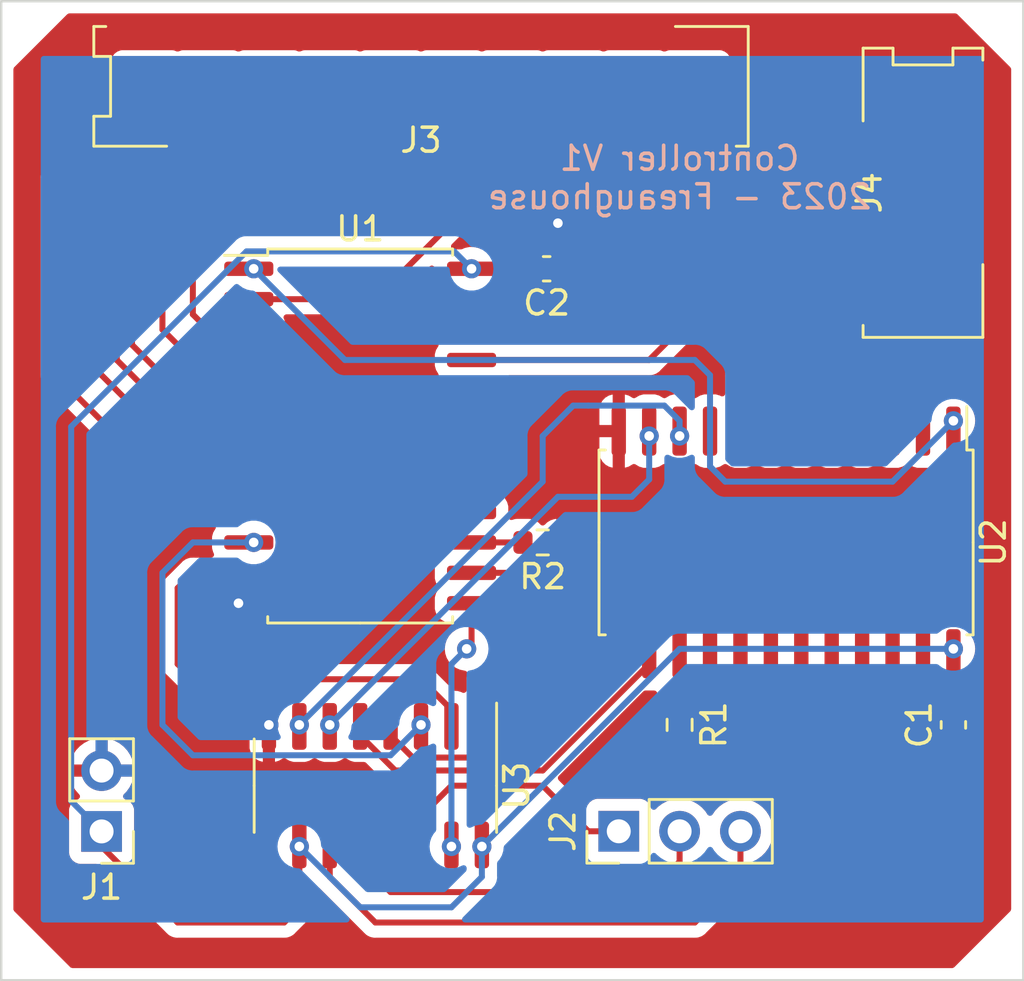
<source format=kicad_pcb>
(kicad_pcb (version 20211014) (generator pcbnew)
  (layers (0 "F.Cu" signal) (31 "B.Cu" signal) (34 "B.Paste" user) (35 "F.Paste" user) (36 "B.SilkS" user "B.Silkscreen") (37 "F.SilkS" user "F.Silkscreen") (38 "B.Mask" user) (39 "F.Mask" user) (44 "Edge.Cuts" user))
  (net 0 "")
  (net 1 "GND")
  (net 2 "5v")
  (net 3 "SER")
  (net 4 "SRCLK")
  (net 5 "RCLK")
  (net 6 "Net-(J3-Pad1)")
  (net 7 "Net-(J3-Pad2)")
  (net 8 "Net-(J3-Pad3)")
  (net 9 "Net-(J3-Pad4)")
  (net 10 "Net-(J3-Pad5)")
  (net 11 "Net-(J3-Pad6)")
  (net 12 "Net-(J3-Pad7)")
  (net 13 "Net-(J3-Pad8)")
  (net 14 "Net-(J3-Pad9)")
  (net 15 "Net-(J3-Pad10)")
  (net 16 "Net-(J4-Pad1)")
  (net 17 "Net-(J4-Pad2)")
  (net 18 "Net-(J4-Pad3)")
  (net 19 "Net-(J4-Pad4)")
  (net 20 "Net-(R1-Pad1)")
  (net 21 "Net-(R2-Pad2)")
  (net 22 "Col0")
  (net 23 "Col1")
  (net 24 "Col3")
  (net 25 "Col2")
  (net 26 "Sig")
  (net 27 "Row0")
  (net 28 "Row1")
  (net 29 "Row3")
  (net 30 "Row2")
  (footprint "Connector_PinHeader_2.54mm:PinHeader_1x03_P2.54mm_Vertical" (layer "F.Cu") (at 156.845 92.075 90)
    (fp_text reference "J2" (at 0 -2.33 90) (layer "F.SilkS"))
    (fp_text value "Screw_Terminal_01x03" hide)
    (fp_line (start -1.33 -1.33) (end 0 -1.33) (layer "F.SilkS") (width 0.12))
    (fp_line (start 1.33 1.27) (end 1.33 6.41) (layer "F.SilkS") (width 0.12))
    (fp_line (start -1.33 1.27) (end 1.33 1.27) (layer "F.SilkS") (width 0.12))
    (fp_line (start -1.33 1.27) (end -1.33 6.41) (layer "F.SilkS") (width 0.12))
    (fp_line (start -1.33 6.41) (end 1.33 6.41) (layer "F.SilkS") (width 0.12))
    (fp_line (start -1.33 0) (end -1.33 -1.33) (layer "F.SilkS") (width 0.12))
    (pad "1" thru_hole rect (at 0 0 90) (size 1.7 1.7) (drill 1) (layers *.Cu *.Mask) (net 3 "SER"))
    (pad "2" thru_hole oval (at 0 2.54 90) (size 1.7 1.7) (drill 1) (layers *.Cu *.Mask) (net 5 "RCLK"))
    (pad "3" thru_hole oval (at 0 5.08 90) (size 1.7 1.7) (drill 1) (layers *.Cu *.Mask) (net 4 "SRCLK"))
  )
  (footprint "Package_SO:SOIC-24W_7.5x15.4mm_P1.27mm" (layer "F.Cu") (at 146.05 75.565)
    (fp_text reference "U1" (at 0 -8.65) (layer "F.SilkS"))
    (fp_text value "CD74HC4067M")
    (fp_line (start 0 -7.81) (end 3.86 -7.81) (layer "F.SilkS") (width 0.12))
    (fp_line (start -3.86 -7.545) (end -5.675 -7.545) (layer "F.SilkS") (width 0.12))
    (fp_line (start 3.86 -7.81) (end 3.86 -7.545) (layer "F.SilkS") (width 0.12))
    (fp_line (start -3.86 -7.81) (end -3.86 -7.545) (layer "F.SilkS") (width 0.12))
    (fp_line (start -3.86 7.81) (end -3.86 7.545) (layer "F.SilkS") (width 0.12))
    (fp_line (start 0 7.81) (end 3.86 7.81) (layer "F.SilkS") (width 0.12))
    (fp_line (start 0 -7.81) (end -3.86 -7.81) (layer "F.SilkS") (width 0.12))
    (fp_line (start 0 7.81) (end -3.86 7.81) (layer "F.SilkS") (width 0.12))
    (fp_line (start 3.86 7.81) (end 3.86 7.545) (layer "F.SilkS") (width 0.12))
    (pad "1" smd roundrect (at -4.65 -6.985) (size 2.05 0.6) (layers "F.Cu" "F.Paste" "F.Mask") (net 26 "Sig"))
    (pad "2" smd roundrect (at -4.65 -5.715) (size 2.05 0.6) (layers "F.Cu" "F.Paste" "F.Mask") (net 9 "Net-(J3-Pad4)"))
    (pad "3" smd roundrect (at -4.65 -4.445) (size 2.05 0.6) (layers "F.Cu" "F.Paste" "F.Mask") (net 10 "Net-(J3-Pad5)"))
    (pad "4" smd roundrect (at -4.65 -3.175) (size 2.05 0.6) (layers "F.Cu" "F.Paste" "F.Mask") (net 11 "Net-(J3-Pad6)"))
    (pad "5" smd roundrect (at -4.65 -1.905) (size 2.05 0.6) (layers "F.Cu" "F.Paste" "F.Mask") (net 12 "Net-(J3-Pad7)"))
    (pad "6" smd roundrect (at -4.65 -0.635) (size 2.05 0.6) (layers "F.Cu" "F.Paste" "F.Mask") (net 13 "Net-(J3-Pad8)"))
    (pad "7" smd roundrect (at -4.65 0.635) (size 2.05 0.6) (layers "F.Cu" "F.Paste" "F.Mask") (net 14 "Net-(J3-Pad9)"))
    (pad "8" smd roundrect (at -4.65 1.905) (size 2.05 0.6) (layers "F.Cu" "F.Paste" "F.Mask") (net 15 "Net-(J3-Pad10)"))
    (pad "9" smd roundrect (at -4.65 3.175) (size 2.05 0.6) (layers "F.Cu" "F.Paste" "F.Mask"))
    (pad "10" smd roundrect (at -4.65 4.445) (size 2.05 0.6) (layers "F.Cu" "F.Paste" "F.Mask") (net 22 "Col0"))
    (pad "11" smd roundrect (at -4.65 5.715) (size 2.05 0.6) (layers "F.Cu" "F.Paste" "F.Mask") (net 23 "Col1"))
    (pad "12" smd roundrect (at -4.65 6.985) (size 2.05 0.6) (layers "F.Cu" "F.Paste" "F.Mask") (net 1 "GND"))
    (pad "13" smd roundrect (at 4.65 6.985) (size 2.05 0.6) (layers "F.Cu" "F.Paste" "F.Mask") (net 24 "Col3"))
    (pad "14" smd roundrect (at 4.65 5.715) (size 2.05 0.6) (layers "F.Cu" "F.Paste" "F.Mask") (net 25 "Col2"))
    (pad "15" smd roundrect (at 4.65 4.445) (size 2.05 0.6) (layers "F.Cu" "F.Paste" "F.Mask") (net 21 "Net-(R2-Pad2)"))
    (pad "16" smd roundrect (at 4.65 3.175) (size 2.05 0.6) (layers "F.Cu" "F.Paste" "F.Mask"))
    (pad "17" smd roundrect (at 4.65 1.905) (size 2.05 0.6) (layers "F.Cu" "F.Paste" "F.Mask"))
    (pad "18" smd roundrect (at 4.65 0.635) (size 2.05 0.6) (layers "F.Cu" "F.Paste" "F.Mask"))
    (pad "19" smd roundrect (at 4.65 -0.635) (size 2.05 0.6) (layers "F.Cu" "F.Paste" "F.Mask"))
    (pad "20" smd roundrect (at 4.65 -1.905) (size 2.05 0.6) (layers "F.Cu" "F.Paste" "F.Mask"))
    (pad "21" smd roundrect (at 4.65 -3.175) (size 2.05 0.6) (layers "F.Cu" "F.Paste" "F.Mask") (net 6 "Net-(J3-Pad1)"))
    (pad "22" smd roundrect (at 4.65 -4.445) (size 2.05 0.6) (layers "F.Cu" "F.Paste" "F.Mask") (net 7 "Net-(J3-Pad2)"))
    (pad "23" smd roundrect (at 4.65 -5.715) (size 2.05 0.6) (layers "F.Cu" "F.Paste" "F.Mask") (net 8 "Net-(J3-Pad3)"))
    (pad "24" smd roundrect (at 4.65 -6.985) (size 2.05 0.6) (layers "F.Cu" "F.Paste" "F.Mask") (net 2 "5v"))
  )
  (footprint "Jumper:SMD_Pad_1x10" (layer "F.Cu") (at 148.59 60.96 180)
    (fp_text reference "J3" (at 0 -2.25) (layer "F.SilkS"))
    (fp_text value "Conn_01x10_Male" hide)
    (fp_line (start 10.62 -2.5) (end 13.66 -2.5) (layer "F.SilkS") (width 0.12))
    (fp_line (start -13.66 2.5) (end -10.62 2.5) (layer "F.SilkS") (width 0.12))
    (fp_line (start -13.66 -2.5) (end -13.66 2.5) (layer "F.SilkS") (width 0.12))
    (fp_line (start 12.96 -1.25) (end 12.96 1.25) (layer "F.SilkS") (width 0.12))
    (fp_line (start 13.66 1.25) (end 13.66 2.5) (layer "F.SilkS") (width 0.12))
    (fp_line (start 12.96 1.25) (end 13.66 1.25) (layer "F.SilkS") (width 0.12))
    (fp_line (start -13.16 -2.5) (end -13.66 -2.5) (layer "F.SilkS") (width 0.12))
    (fp_line (start 13.66 -1.25) (end 12.96 -1.25) (layer "F.SilkS") (width 0.12))
    (fp_line (start 13.66 -2.5) (end 13.66 -1.25) (layer "F.SilkS") (width 0.12))
    (fp_line (start 13.66 2.5) (end 13.16 2.5) (layer "F.SilkS") (width 0.12))
    (pad "1" smd rect (at -11.43 0 180) (size 2 2) (layers "F.Cu" "F.Paste" "F.Mask") (net 6 "Net-(J3-Pad1)"))
    (pad "2" smd rect (at -8.89 0 180) (size 2 2) (layers "F.Cu" "F.Paste" "F.Mask") (net 7 "Net-(J3-Pad2)"))
    (pad "3" smd rect (at -6.35 0 180) (size 2 2) (layers "F.Cu" "F.Paste" "F.Mask") (net 8 "Net-(J3-Pad3)"))
    (pad "4" smd rect (at -3.81 0 180) (size 2 2) (layers "F.Cu" "F.Paste" "F.Mask") (net 9 "Net-(J3-Pad4)"))
    (pad "5" smd rect (at -1.27 0 180) (size 2 2) (layers "F.Cu" "F.Paste" "F.Mask") (net 10 "Net-(J3-Pad5)"))
    (pad "6" smd rect (at 1.27 0 180) (size 2 2) (layers "F.Cu" "F.Paste" "F.Mask") (net 11 "Net-(J3-Pad6)"))
    (pad "7" smd rect (at 3.81 0 180) (size 2 2) (layers "F.Cu" "F.Paste" "F.Mask") (net 12 "Net-(J3-Pad7)"))
    (pad "8" smd rect (at 6.35 0 180) (size 2 2) (layers "F.Cu" "F.Paste" "F.Mask") (net 13 "Net-(J3-Pad8)"))
    (pad "9" smd rect (at 8.89 0 180) (size 2 2) (layers "F.Cu" "F.Paste" "F.Mask") (net 14 "Net-(J3-Pad9)"))
    (pad "10" smd rect (at 11.43 0 180) (size 2 2) (layers "F.Cu" "F.Paste" "F.Mask") (net 15 "Net-(J3-Pad10)"))
  )
  (footprint "Resistor_SMD:R_0603_1608Metric" (layer "F.Cu") (at 153.67 80.01 180)
    (fp_text reference "R2" (at 0 -1.43) (layer "F.SilkS"))
    (fp_text value "10k")
    (fp_line (start -0.237258 -0.5225) (end 0.237258 -0.5225) (layer "F.SilkS") (width 0.12))
    (fp_line (start -0.237258 0.5225) (end 0.237258 0.5225) (layer "F.SilkS") (width 0.12))
    (pad "1" smd roundrect (at -0.825 0 180) (size 0.8 0.95) (layers "F.Cu" "F.Paste" "F.Mask") (net 1 "GND"))
    (pad "2" smd roundrect (at 0.825 0 180) (size 0.8 0.95) (layers "F.Cu" "F.Paste" "F.Mask") (net 21 "Net-(R2-Pad2)"))
  )
  (footprint "Jumper:SMD_Pad_1x4" (layer "F.Cu") (at 169.545 65.405 90)
    (fp_text reference "J4" (at 0 -2.25 90) (layer "F.SilkS"))
    (fp_text value "Conn_01x04_Male" hide)
    (fp_line (start 6.04 1.25) (end 6.04 2.5) (layer "F.SilkS") (width 0.12))
    (fp_line (start -5.54 -2.5) (end -6.04 -2.5) (layer "F.SilkS") (width 0.12))
    (fp_line (start 6.04 -2.5) (end 6.04 -1.25) (layer "F.SilkS") (width 0.12))
    (fp_line (start 3 -2.5) (end 6.04 -2.5) (layer "F.SilkS") (width 0.12))
    (fp_line (start 6.04 2.5) (end 5.54 2.5) (layer "F.SilkS") (width 0.12))
    (fp_line (start -6.04 -2.5) (end -6.04 2.5) (layer "F.SilkS") (width 0.12))
    (fp_line (start 5.34 -1.25) (end 5.34 1.25) (layer "F.SilkS") (width 0.12))
    (fp_line (start 5.34 1.25) (end 6.04 1.25) (layer "F.SilkS") (width 0.12))
    (fp_line (start 6.04 -1.25) (end 5.34 -1.25) (layer "F.SilkS") (width 0.12))
    (fp_line (start -6.04 2.5) (end -3 2.5) (layer "F.SilkS") (width 0.12))
    (pad "1" smd rect (at -3.81 0 90) (size 2 2) (layers "F.Cu" "F.Paste" "F.Mask") (net 16 "Net-(J4-Pad1)"))
    (pad "2" smd rect (at -1.27 0 90) (size 2 2) (layers "F.Cu" "F.Paste" "F.Mask") (net 17 "Net-(J4-Pad2)"))
    (pad "3" smd rect (at 1.27 0 90) (size 2 2) (layers "F.Cu" "F.Paste" "F.Mask") (net 18 "Net-(J4-Pad3)"))
    (pad "4" smd rect (at 3.81 0 90) (size 2 2) (layers "F.Cu" "F.Paste" "F.Mask") (net 19 "Net-(J4-Pad4)"))
  )
  (footprint "Capacitor_SMD:C_0603_1608Metric" (layer "F.Cu") (at 170.815 87.63 90)
    (fp_text reference "C1" (at 0 -1.43 90) (layer "F.SilkS"))
    (fp_text value "0.1uf")
    (fp_line (start -0.14058 -0.51) (end 0.14058 -0.51) (layer "F.SilkS") (width 0.12))
    (fp_line (start -0.14058 0.51) (end 0.14058 0.51) (layer "F.SilkS") (width 0.12))
    (pad "1" smd roundrect (at -0.775 0 90) (size 0.9 0.95) (layers "F.Cu" "F.Paste" "F.Mask") (net 1 "GND"))
    (pad "2" smd roundrect (at 0.775 0 90) (size 0.9 0.95) (layers "F.Cu" "F.Paste" "F.Mask") (net 2 "5v"))
  )
  (footprint "Capacitor_SMD:C_0603_1608Metric" (layer "F.Cu") (at 153.835 68.58 180)
    (fp_text reference "C2" (at 0 -1.43 180) (layer "F.SilkS"))
    (fp_text value "0.1uf")
    (fp_line (start -0.14058 -0.51) (end 0.14058 -0.51) (layer "F.SilkS") (width 0.12))
    (fp_line (start -0.14058 0.51) (end 0.14058 0.51) (layer "F.SilkS") (width 0.12))
    (pad "1" smd roundrect (at -0.775 0 180) (size 0.9 0.95) (layers "F.Cu" "F.Paste" "F.Mask") (net 1 "GND"))
    (pad "2" smd roundrect (at 0.775 0 180) (size 0.9 0.95) (layers "F.Cu" "F.Paste" "F.Mask") (net 2 "5v"))
  )
  (footprint "Package_SO:SOIC-16_3.9x9.9mm_P1.27mm" (layer "F.Cu") (at 146.685 90.17 -90)
    (fp_text reference "U3" (at 0 -5.9 90) (layer "F.SilkS"))
    (fp_text value "74HC595")
    (fp_line (start 0 -5.06) (end -3.45 -5.06) (layer "F.SilkS") (width 0.12))
    (fp_line (start 0 5.06) (end -1.95 5.06) (layer "F.SilkS") (width 0.12))
    (fp_line (start 0 -5.06) (end 1.95 -5.06) (layer "F.SilkS") (width 0.12))
    (fp_line (start 0 5.06) (end 1.95 5.06) (layer "F.SilkS") (width 0.12))
    (pad "1" smd roundrect (at -2.475 -4.445 270) (size 1.95 0.6) (layers "F.Cu" "F.Paste" "F.Mask") (net 25 "Col2"))
    (pad "2" smd roundrect (at -2.475 -3.175 270) (size 1.95 0.6) (layers "F.Cu" "F.Paste" "F.Mask") (net 23 "Col1"))
    (pad "3" smd roundrect (at -2.475 -1.905 270) (size 1.95 0.6) (layers "F.Cu" "F.Paste" "F.Mask") (net 22 "Col0"))
    (pad "4" smd roundrect (at -2.475 -0.635 270) (size 1.95 0.6) (layers "F.Cu" "F.Paste" "F.Mask") (net 29 "Row3"))
    (pad "5" smd roundrect (at -2.475 0.635 270) (size 1.95 0.6) (layers "F.Cu" "F.Paste" "F.Mask") (net 30 "Row2"))
    (pad "6" smd roundrect (at -2.475 1.905 270) (size 1.95 0.6) (layers "F.Cu" "F.Paste" "F.Mask") (net 28 "Row1"))
    (pad "7" smd roundrect (at -2.475 3.175 270) (size 1.95 0.6) (layers "F.Cu" "F.Paste" "F.Mask") (net 27 "Row0"))
    (pad "8" smd roundrect (at -2.475 4.445 270) (size 1.95 0.6) (layers "F.Cu" "F.Paste" "F.Mask") (net 1 "GND"))
    (pad "9" smd roundrect (at 2.475 4.445 270) (size 1.95 0.6) (layers "F.Cu" "F.Paste" "F.Mask"))
    (pad "10" smd roundrect (at 2.475 3.175 270) (size 1.95 0.6) (layers "F.Cu" "F.Paste" "F.Mask") (net 2 "5v"))
    (pad "11" smd roundrect (at 2.475 1.905 270) (size 1.95 0.6) (layers "F.Cu" "F.Paste" "F.Mask") (net 4 "SRCLK"))
    (pad "12" smd roundrect (at 2.475 0.635 270) (size 1.95 0.6) (layers "F.Cu" "F.Paste" "F.Mask") (net 5 "RCLK"))
    (pad "13" smd roundrect (at 2.475 -0.635 270) (size 1.95 0.6) (layers "F.Cu" "F.Paste" "F.Mask") (net 1 "GND"))
    (pad "14" smd roundrect (at 2.475 -1.905 270) (size 1.95 0.6) (layers "F.Cu" "F.Paste" "F.Mask") (net 3 "SER"))
    (pad "15" smd roundrect (at 2.475 -3.175 270) (size 1.95 0.6) (layers "F.Cu" "F.Paste" "F.Mask") (net 24 "Col3"))
    (pad "16" smd roundrect (at 2.475 -4.445 270) (size 1.95 0.6) (layers "F.Cu" "F.Paste" "F.Mask") (net 2 "5v"))
  )
  (footprint "Resistor_SMD:R_0603_1608Metric" (layer "F.Cu") (at 159.385 87.63 -90)
    (fp_text reference "R1" (at 0 -1.43 -270) (layer "F.SilkS"))
    (fp_text value "10k")
    (fp_line (start -0.237258 -0.5225) (end 0.237258 -0.5225) (layer "F.SilkS") (width 0.12))
    (fp_line (start -0.237258 0.5225) (end 0.237258 0.5225) (layer "F.SilkS") (width 0.12))
    (pad "1" smd roundrect (at -0.825 0 270) (size 0.8 0.95) (layers "F.Cu" "F.Paste" "F.Mask") (net 20 "Net-(R1-Pad1)"))
    (pad "2" smd roundrect (at 0.825 0 270) (size 0.8 0.95) (layers "F.Cu" "F.Paste" "F.Mask") (net 1 "GND"))
  )
  (footprint "Connector_PinHeader_2.54mm:PinHeader_1x02_P2.54mm_Vertical" (layer "F.Cu") (at 135.255 92.08 180)
    (fp_text reference "J1" (at 0 -2.33) (layer "F.SilkS"))
    (fp_text value "Screw_Terminal_01x02" hide)
    (fp_line (start 1.33 1.27) (end 1.33 3.87) (layer "F.SilkS") (width 0.12))
    (fp_line (start -1.33 0) (end -1.33 -1.33) (layer "F.SilkS") (width 0.12))
    (fp_line (start -1.33 1.27) (end 1.33 1.27) (layer "F.SilkS") (width 0.12))
    (fp_line (start -1.33 -1.33) (end 0 -1.33) (layer "F.SilkS") (width 0.12))
    (fp_line (start -1.33 1.27) (end -1.33 3.87) (layer "F.SilkS") (width 0.12))
    (fp_line (start -1.33 3.87) (end 1.33 3.87) (layer "F.SilkS") (width 0.12))
    (pad "1" thru_hole rect (at 0 0 180) (size 1.7 1.7) (drill 1) (layers *.Cu *.Mask) (net 2 "5v"))
    (pad "2" thru_hole oval (at 0 2.54 180) (size 1.7 1.7) (drill 1) (layers *.Cu *.Mask) (net 1 "GND"))
  )
  (footprint "Package_SO:SOIC-24W_7.5x15.4mm_P1.27mm" (layer "F.Cu") (at 163.83 80.01 -90)
    (fp_text reference "U2" (at 0 -8.65 90) (layer "F.SilkS"))
    (fp_text value "CD74HC4067M")
    (fp_line (start -3.86 -7.81) (end -3.86 -7.545) (layer "F.SilkS") (width 0.12))
    (fp_line (start -3.86 7.81) (end -3.86 7.545) (layer "F.SilkS") (width 0.12))
    (fp_line (start -3.86 -7.545) (end -5.675 -7.545) (layer "F.SilkS") (width 0.12))
    (fp_line (start 0 7.81) (end 3.86 7.81) (layer "F.SilkS") (width 0.12))
    (fp_line (start 3.86 7.81) (end 3.86 7.545) (layer "F.SilkS") (width 0.12))
    (fp_line (start 3.86 -7.81) (end 3.86 -7.545) (layer "F.SilkS") (width 0.12))
    (fp_line (start 0 7.81) (end -3.86 7.81) (layer "F.SilkS") (width 0.12))
    (fp_line (start 0 -7.81) (end 3.86 -7.81) (layer "F.SilkS") (width 0.12))
    (fp_line (start 0 -7.81) (end -3.86 -7.81) (layer "F.SilkS") (width 0.12))
    (pad "1" smd roundrect (at -4.65 -6.985 270) (size 2.05 0.6) (layers "F.Cu" "F.Paste" "F.Mask") (net 26 "Sig"))
    (pad "2" smd roundrect (at -4.65 -5.715 270) (size 2.05 0.6) (layers "F.Cu" "F.Paste" "F.Mask"))
    (pad "3" smd roundrect (at -4.65 -4.445 270) (size 2.05 0.6) (layers "F.Cu" "F.Paste" "F.Mask"))
    (pad "4" smd roundrect (at -4.65 -3.175 270) (size 2.05 0.6) (layers "F.Cu" "F.Paste" "F.Mask"))
    (pad "5" smd roundrect (at -4.65 -1.905 270) (size 2.05 0.6) (layers "F.Cu" "F.Paste" "F.Mask") (net 16 "Net-(J4-Pad1)"))
    (pad "6" smd roundrect (at -4.65 -0.635 270) (size 2.05 0.6) (layers "F.Cu" "F.Paste" "F.Mask") (net 17 "Net-(J4-Pad2)"))
    (pad "7" smd roundrect (at -4.65 0.635 270) (size 2.05 0.6) (layers "F.Cu" "F.Paste" "F.Mask") (net 18 "Net-(J4-Pad3)"))
    (pad "8" smd roundrect (at -4.65 1.905 270) (size 2.05 0.6) (layers "F.Cu" "F.Paste" "F.Mask") (net 19 "Net-(J4-Pad4)"))
    (pad "9" smd roundrect (at -4.65 3.175 270) (size 2.05 0.6) (layers "F.Cu" "F.Paste" "F.Mask"))
    (pad "10" smd roundrect (at -4.65 4.445 270) (size 2.05 0.6) (layers "F.Cu" "F.Paste" "F.Mask") (net 27 "Row0"))
    (pad "11" smd roundrect (at -4.65 5.715 270) (size 2.05 0.6) (layers "F.Cu" "F.Paste" "F.Mask") (net 28 "Row1"))
    (pad "12" smd roundrect (at -4.65 6.985 270) (size 2.05 0.6) (layers "F.Cu" "F.Paste" "F.Mask") (net 1 "GND"))
    (pad "13" smd roundrect (at 4.65 6.985 270) (size 2.05 0.6) (layers "F.Cu" "F.Paste" "F.Mask") (net 29 "Row3"))
    (pad "14" smd roundrect (at 4.65 5.715 270) (size 2.05 0.6) (layers "F.Cu" "F.Paste" "F.Mask") (net 30 "Row2"))
    (pad "15" smd roundrect (at 4.65 4.445 270) (size 2.05 0.6) (layers "F.Cu" "F.Paste" "F.Mask") (net 20 "Net-(R1-Pad1)"))
    (pad "16" smd roundrect (at 4.65 3.175 270) (size 2.05 0.6) (layers "F.Cu" "F.Paste" "F.Mask"))
    (pad "17" smd roundrect (at 4.65 1.905 270) (size 2.05 0.6) (layers "F.Cu" "F.Paste" "F.Mask"))
    (pad "18" smd roundrect (at 4.65 0.635 270) (size 2.05 0.6) (layers "F.Cu" "F.Paste" "F.Mask"))
    (pad "19" smd roundrect (at 4.65 -0.635 270) (size 2.05 0.6) (layers "F.Cu" "F.Paste" "F.Mask"))
    (pad "20" smd roundrect (at 4.65 -1.905 270) (size 2.05 0.6) (layers "F.Cu" "F.Paste" "F.Mask"))
    (pad "21" smd roundrect (at 4.65 -3.175 270) (size 2.05 0.6) (layers "F.Cu" "F.Paste" "F.Mask"))
    (pad "22" smd roundrect (at 4.65 -4.445 270) (size 2.05 0.6) (layers "F.Cu" "F.Paste" "F.Mask"))
    (pad "23" smd roundrect (at 4.65 -5.715 270) (size 2.05 0.6) (layers "F.Cu" "F.Paste" "F.Mask"))
    (pad "24" smd roundrect (at 4.65 -6.985 270) (size 2.05 0.6) (layers "F.Cu" "F.Paste" "F.Mask") (net 2 "5v"))
  )
  (gr_rect (start 131.064 57.404) (end 173.736 98.298) (layer "Edge.Cuts") (width 0.1) (fill none))
  (gr_text "Controller V1\n2023 - Freaughouse" (at 159.385 64.77) (layer "B.SilkS") (effects (font (size 1 1)) (justify mirror)))
  (via (at 154.305 66.675) (size 0.8) (drill 0.4) (layers "F.Cu" "B.Cu") (net 1))
  (via (at 140.97 82.55) (size 0.8) (drill 0.4) (layers "F.Cu" "B.Cu") (net 1))
  (via (at 142.24 87.63) (size 0.8) (drill 0.4) (layers "F.Cu" "B.Cu") (net 1))
  (segment (start 135.255 92.71) (end 135.255 92.08) (width 0.25) (layer "F.Cu") (net 2))
  (segment (start 143.51 92.71) (end 143.51 95.25) (width 0.25) (layer "F.Cu") (net 2))
  (segment (start 152.715 68.58) (end 150.7 68.58) (width 0.25) (layer "F.Cu") (net 2))
  (segment (start 138.43 95.885) (end 135.255 92.71) (width 0.25) (layer "F.Cu") (net 2))
  (segment (start 143.51 95.25) (end 142.875 95.885) (width 0.25) (layer "F.Cu") (net 2))
  (segment (start 170.815 86.675) (end 170.815 84.66) (width 0.25) (layer "F.Cu") (net 2))
  (segment (start 142.875 95.885) (end 138.43 95.885) (width 0.25) (layer "F.Cu") (net 2))
  (segment (start 143.51 92.645) (end 143.51 92.71) (width 0.25) (layer "F.Cu") (net 2))
  (via (at 170.815 84.455) (size 0.8) (drill 0.4) (layers "F.Cu" "B.Cu") (net 2))
  (via (at 151.13 92.71) (size 0.8) (drill 0.4) (layers "F.Cu" "B.Cu") (net 2))
  (via (at 143.51 92.71) (size 0.8) (drill 0.4) (layers "F.Cu" "B.Cu") (net 2))
  (via (at 150.7 68.58) (size 0.8) (drill 0.4) (layers "F.Cu" "B.Cu") (net 2))
  (segment (start 159.385 84.455) (end 151.13 92.71) (width 0.25) (layer "B.Cu") (net 2))
  (segment (start 149.86 95.25) (end 151.13 93.98) (width 0.25) (layer "B.Cu") (net 2))
  (segment (start 170.815 84.455) (end 159.385 84.455) (width 0.25) (layer "B.Cu") (net 2))
  (segment (start 143.51 92.71) (end 146.05 95.25) (width 0.25) (layer "B.Cu") (net 2))
  (segment (start 133.985 75.174695) (end 133.985 90.81) (width 0.25) (layer "B.Cu") (net 2))
  (segment (start 146.05 95.25) (end 149.86 95.25) (width 0.25) (layer "B.Cu") (net 2))
  (segment (start 133.985 90.81) (end 135.255 92.08) (width 0.25) (layer "B.Cu") (net 2))
  (segment (start 151.13 93.98) (end 151.13 92.71) (width 0.25) (layer "B.Cu") (net 2))
  (segment (start 141.304695 67.855) (end 133.985 75.174695) (width 0.25) (layer "B.Cu") (net 2))
  (segment (start 149.975 67.855) (end 141.304695 67.855) (width 0.25) (layer "B.Cu") (net 2))
  (segment (start 150.7 68.58) (end 149.975 67.855) (width 0.25) (layer "B.Cu") (net 2))
  (segment (start 155.575 92.075) (end 153.67 90.17) (width 0.25) (layer "F.Cu") (net 3))
  (segment (start 149.86 90.17) (end 148.59 91.44) (width 0.25) (layer "F.Cu") (net 3))
  (segment (start 153.67 90.17) (end 149.86 90.17) (width 0.25) (layer "F.Cu") (net 3))
  (segment (start 148.59 91.44) (end 148.59 92.645) (width 0.25) (layer "F.Cu") (net 3))
  (segment (start 156.845 92.075) (end 155.575 92.075) (width 0.25) (layer "F.Cu") (net 3))
  (segment (start 160.02 95.885) (end 146.685 95.885) (width 0.25) (layer "F.Cu") (net 4))
  (segment (start 146.685 95.885) (end 144.78 93.98) (width 0.25) (layer "F.Cu") (net 4))
  (segment (start 144.78 93.98) (end 144.78 92.645) (width 0.25) (layer "F.Cu") (net 4))
  (segment (start 161.925 92.075) (end 161.925 93.98) (width 0.25) (layer "F.Cu") (net 4))
  (segment (start 161.925 93.98) (end 160.02 95.885) (width 0.25) (layer "F.Cu") (net 4))
  (segment (start 158.115 94.615) (end 147.32 94.615) (width 0.25) (layer "F.Cu") (net 5))
  (segment (start 147.32 94.615) (end 146.05 93.345) (width 0.25) (layer "F.Cu") (net 5))
  (segment (start 159.385 93.345) (end 158.115 94.615) (width 0.25) (layer "F.Cu") (net 5))
  (segment (start 159.385 92.075) (end 159.385 93.345) (width 0.25) (layer "F.Cu") (net 5))
  (segment (start 146.05 93.345) (end 146.05 92.645) (width 0.25) (layer "F.Cu") (net 5))
  (segment (start 160.02 70.485) (end 160.02 60.96) (width 0.25) (layer "F.Cu") (net 6))
  (segment (start 150.7 72.39) (end 158.115 72.39) (width 0.25) (layer "F.Cu") (net 6))
  (segment (start 158.115 72.39) (end 160.02 70.485) (width 0.25) (layer "F.Cu") (net 6))
  (segment (start 157.48 62.23) (end 157.48 60.96) (width 0.25) (layer "F.Cu") (net 7))
  (segment (start 157.48 71.12) (end 158.75 69.85) (width 0.25) (layer "F.Cu") (net 7))
  (segment (start 158.75 63.5) (end 157.48 62.23) (width 0.25) (layer "F.Cu") (net 7))
  (segment (start 150.7 71.12) (end 157.48 71.12) (width 0.25) (layer "F.Cu") (net 7))
  (segment (start 158.75 69.85) (end 158.75 63.5) (width 0.25) (layer "F.Cu") (net 7))
  (segment (start 156.21 69.85) (end 156.845 69.215) (width 0.25) (layer "F.Cu") (net 8))
  (segment (start 156.845 64.135) (end 154.94 62.23) (width 0.25) (layer "F.Cu") (net 8))
  (segment (start 154.94 62.23) (end 154.94 60.96) (width 0.25) (layer "F.Cu") (net 8))
  (segment (start 150.7 69.85) (end 156.21 69.85) (width 0.25) (layer "F.Cu") (net 8))
  (segment (start 156.845 69.215) (end 156.845 64.135) (width 0.25) (layer "F.Cu") (net 8))
  (segment (start 141.4 69.85) (end 146.685 69.85) (width 0.25) (layer "F.Cu") (net 9))
  (segment (start 152.4 64.135) (end 152.4 60.96) (width 0.25) (layer "F.Cu") (net 9))
  (segment (start 146.685 69.85) (end 152.4 64.135) (width 0.25) (layer "F.Cu") (net 9))
  (segment (start 139.065 70.485) (end 139.065 67.31) (width 0.25) (layer "F.Cu") (net 10))
  (segment (start 141.4 71.12) (end 139.7 71.12) (width 0.25) (layer "F.Cu") (net 10))
  (segment (start 139.7 66.675) (end 147.955 66.675) (width 0.25) (layer "F.Cu") (net 10))
  (segment (start 139.065 67.31) (end 139.7 66.675) (width 0.25) (layer "F.Cu") (net 10))
  (segment (start 147.955 66.675) (end 149.86 64.77) (width 0.25) (layer "F.Cu") (net 10))
  (segment (start 149.86 64.77) (end 149.86 60.96) (width 0.25) (layer "F.Cu") (net 10))
  (segment (start 139.7 71.12) (end 139.065 70.485) (width 0.25) (layer "F.Cu") (net 10))
  (segment (start 139.065 72.39) (end 137.795 71.12) (width 0.25) (layer "F.Cu") (net 11))
  (segment (start 139.065 65.405) (end 146.685 65.405) (width 0.25) (layer "F.Cu") (net 11))
  (segment (start 146.685 65.405) (end 147.32 64.77) (width 0.25) (layer "F.Cu") (net 11))
  (segment (start 147.32 64.77) (end 147.32 60.96) (width 0.25) (layer "F.Cu") (net 11))
  (segment (start 137.795 71.12) (end 137.795 66.675) (width 0.25) (layer "F.Cu") (net 11))
  (segment (start 141.4 72.39) (end 139.065 72.39) (width 0.25) (layer "F.Cu") (net 11))
  (segment (start 137.795 66.675) (end 139.065 65.405) (width 0.25) (layer "F.Cu") (net 11))
  (segment (start 141.4 73.66) (end 138.43 73.66) (width 0.25) (layer "F.Cu") (net 12))
  (segment (start 144.78 64.135) (end 145.415 63.5) (width 0.25) (layer "F.Cu") (net 12))
  (segment (start 145.415 63.5) (end 145.415 61.595) (width 0.25) (layer "F.Cu") (net 12))
  (segment (start 136.525 66.04) (end 138.43 64.135) (width 0.25) (layer "F.Cu") (net 12))
  (segment (start 145.415 61.595) (end 144.78 60.96) (width 0.25) (layer "F.Cu") (net 12))
  (segment (start 138.43 64.135) (end 144.78 64.135) (width 0.25) (layer "F.Cu") (net 12))
  (segment (start 138.43 73.66) (end 136.525 71.755) (width 0.25) (layer "F.Cu") (net 12))
  (segment (start 136.525 71.755) (end 136.525 66.04) (width 0.25) (layer "F.Cu") (net 12))
  (segment (start 135.89 72.39) (end 135.89 65.405) (width 0.25) (layer "F.Cu") (net 13))
  (segment (start 141.4 74.93) (end 138.43 74.93) (width 0.25) (layer "F.Cu") (net 13))
  (segment (start 135.89 65.405) (end 137.795 63.5) (width 0.25) (layer "F.Cu") (net 13))
  (segment (start 138.43 74.93) (end 135.89 72.39) (width 0.25) (layer "F.Cu") (net 13))
  (segment (start 143.51 62.23) (end 142.24 60.96) (width 0.25) (layer "F.Cu") (net 13))
  (segment (start 137.795 63.5) (end 142.875 63.5) (width 0.25) (layer "F.Cu") (net 13))
  (segment (start 143.51 62.865) (end 143.51 62.23) (width 0.25) (layer "F.Cu") (net 13))
  (segment (start 142.875 63.5) (end 143.51 62.865) (width 0.25) (layer "F.Cu") (net 13))
  (segment (start 137.74 62.285) (end 138.375 62.285) (width 0.25) (layer "F.Cu") (net 14))
  (segment (start 134.62 65.405) (end 137.74 62.285) (width 0.25) (layer "F.Cu") (net 14))
  (segment (start 141.4 76.2) (end 138.43 76.2) (width 0.25) (layer "F.Cu") (net 14))
  (segment (start 134.62 72.39) (end 134.62 65.405) (width 0.25) (layer "F.Cu") (net 14))
  (segment (start 138.43 76.2) (end 134.62 72.39) (width 0.25) (layer "F.Cu") (net 14))
  (segment (start 138.375 62.285) (end 139.7 60.96) (width 0.25) (layer "F.Cu") (net 14))
  (segment (start 141.4 77.47) (end 137.795 77.47) (width 0.25) (layer "F.Cu") (net 15))
  (segment (start 133.35 64.77) (end 137.16 60.96) (width 0.25) (layer "F.Cu") (net 15))
  (segment (start 137.795 77.47) (end 133.35 73.025) (width 0.25) (layer "F.Cu") (net 15))
  (segment (start 133.35 73.025) (end 133.35 64.77) (width 0.25) (layer "F.Cu") (net 15))
  (segment (start 165.735 75.36) (end 165.735 70.485) (width 0.25) (layer "F.Cu") (net 16))
  (segment (start 165.735 70.485) (end 167.005 69.215) (width 0.25) (layer "F.Cu") (net 16))
  (segment (start 167.005 69.215) (end 169.545 69.215) (width 0.25) (layer "F.Cu") (net 16))
  (segment (start 166.37 66.675) (end 169.545 66.675) (width 0.25) (layer "F.Cu") (net 17))
  (segment (start 164.465 68.58) (end 166.37 66.675) (width 0.25) (layer "F.Cu") (net 17))
  (segment (start 164.465 75.36) (end 164.465 68.58) (width 0.25) (layer "F.Cu") (net 17))
  (segment (start 164.465 64.135) (end 163.195 65.405) (width 0.25) (layer "F.Cu") (net 18))
  (segment (start 163.195 65.405) (end 163.195 75.36) (width 0.25) (layer "F.Cu") (net 18))
  (segment (start 169.545 64.135) (end 164.465 64.135) (width 0.25) (layer "F.Cu") (net 18))
  (segment (start 161.925 75.36) (end 161.925 64.135) (width 0.25) (layer "F.Cu") (net 19))
  (segment (start 164.465 61.595) (end 169.545 61.595) (width 0.25) (layer "F.Cu") (net 19))
  (segment (start 161.925 64.135) (end 164.465 61.595) (width 0.25) (layer "F.Cu") (net 19))
  (segment (start 159.385 84.66) (end 159.385 86.805) (width 0.25) (layer "F.Cu") (net 20))
  (segment (start 150.7 80.01) (end 152.845 80.01) (width 0.25) (layer "F.Cu") (net 21))
  (via (at 148.59 87.63) (size 0.8) (drill 0.4) (layers "F.Cu" "B.Cu") (net 22))
  (via (at 141.605 80.01) (size 0.8) (drill 0.4) (layers "F.Cu" "B.Cu") (net 22))
  (segment (start 140.97 80.01) (end 141.605 80.01) (width 0.25) (layer "B.Cu") (net 22))
  (segment (start 147.32 88.9) (end 139.065 88.9) (width 0.25) (layer "B.Cu") (net 22))
  (segment (start 137.795 81.28) (end 139.065 80.01) (width 0.25) (layer "B.Cu") (net 22))
  (segment (start 139.065 88.9) (end 137.795 87.63) (width 0.25) (layer "B.Cu") (net 22))
  (segment (start 139.065 80.01) (end 140.97 80.01) (width 0.25) (layer "B.Cu") (net 22))
  (segment (start 137.795 87.63) (end 137.795 81.28) (width 0.25) (layer "B.Cu") (net 22))
  (segment (start 148.59 87.63) (end 147.32 88.9) (width 0.25) (layer "B.Cu") (net 22))
  (segment (start 138.43 81.915) (end 139.065 81.28) (width 0.25) (layer "F.Cu") (net 23))
  (segment (start 139.065 81.28) (end 141.4 81.28) (width 0.25) (layer "F.Cu") (net 23))
  (segment (start 139.065 85.725) (end 138.43 85.09) (width 0.25) (layer "F.Cu") (net 23))
  (segment (start 138.43 85.09) (end 138.43 81.915) (width 0.25) (layer "F.Cu") (net 23))
  (segment (start 148.59 85.725) (end 139.065 85.725) (width 0.25) (layer "F.Cu") (net 23))
  (segment (start 149.86 87.695) (end 149.86 86.995) (width 0.25) (layer "F.Cu") (net 23))
  (segment (start 149.86 86.995) (end 148.59 85.725) (width 0.25) (layer "F.Cu") (net 23))
  (segment (start 150.7 84.25) (end 150.495 84.455) (width 0.25) (layer "F.Cu") (net 24))
  (segment (start 150.7 82.55) (end 150.7 84.25) (width 0.25) (layer "F.Cu") (net 24))
  (via (at 150.495 84.455) (size 0.8) (drill 0.4) (layers "F.Cu" "B.Cu") (net 24))
  (via (at 149.86 92.71) (size 0.8) (drill 0.4) (layers "F.Cu" "B.Cu") (net 24))
  (segment (start 149.86 85.09) (end 150.495 84.455) (width 0.25) (layer "B.Cu") (net 24))
  (segment (start 149.86 92.71) (end 149.86 85.09) (width 0.25) (layer "B.Cu") (net 24))
  (segment (start 152.4 81.28) (end 150.7 81.28) (width 0.25) (layer "F.Cu") (net 25))
  (segment (start 151.13 85.725) (end 153.035 83.82) (width 0.25) (layer "F.Cu") (net 25))
  (segment (start 153.035 81.915) (end 152.4 81.28) (width 0.25) (layer "F.Cu") (net 25))
  (segment (start 153.035 83.82) (end 153.035 81.915) (width 0.25) (layer "F.Cu") (net 25))
  (segment (start 151.13 87.695) (end 151.13 85.725) (width 0.25) (layer "F.Cu") (net 25))
  (via (at 141.605 68.58) (size 0.8) (drill 0.4) (layers "F.Cu" "B.Cu") (net 26))
  (via (at 170.815 74.93) (size 0.8) (drill 0.4) (layers "F.Cu" "B.Cu") (net 26))
  (segment (start 168.275 77.47) (end 161.29 77.47) (width 0.25) (layer "B.Cu") (net 26))
  (segment (start 160.02 72.39) (end 145.415 72.39) (width 0.25) (layer "B.Cu") (net 26))
  (segment (start 160.655 73.025) (end 160.02 72.39) (width 0.25) (layer "B.Cu") (net 26))
  (segment (start 145.415 72.39) (end 141.605 68.58) (width 0.25) (layer "B.Cu") (net 26))
  (segment (start 170.815 74.93) (end 168.275 77.47) (width 0.25) (layer "B.Cu") (net 26))
  (segment (start 160.655 76.835) (end 160.655 73.025) (width 0.25) (layer "B.Cu") (net 26))
  (segment (start 161.29 77.47) (end 160.655 76.835) (width 0.25) (layer "B.Cu") (net 26))
  (via (at 159.385 75.565) (size 0.8) (drill 0.4) (layers "F.Cu" "B.Cu") (net 27))
  (via (at 143.51 87.63) (size 0.8) (drill 0.4) (layers "F.Cu" "B.Cu") (net 27))
  (segment (start 155.575 74.295) (end 158.75 74.295) (width 0.25) (layer "B.Cu") (net 27))
  (segment (start 158.75 74.295) (end 159.385 74.93) (width 0.25) (layer "B.Cu") (net 27))
  (segment (start 153.67 75.565) (end 154.94 74.295) (width 0.25) (layer "B.Cu") (net 27))
  (segment (start 143.51 87.63) (end 153.67 77.47) (width 0.25) (layer "B.Cu") (net 27))
  (segment (start 153.67 77.47) (end 153.67 75.565) (width 0.25) (layer "B.Cu") (net 27))
  (segment (start 154.94 74.295) (end 155.575 74.295) (width 0.25) (layer "B.Cu") (net 27))
  (segment (start 159.385 74.93) (end 159.385 75.565) (width 0.25) (layer "B.Cu") (net 27))
  (via (at 158.115 75.565) (size 0.8) (drill 0.4) (layers "F.Cu" "B.Cu") (net 28))
  (via (at 144.78 87.63) (size 0.8) (drill 0.4) (layers "F.Cu" "B.Cu") (net 28))
  (segment (start 154.305 78.105) (end 157.39 78.105) (width 0.25) (layer "B.Cu") (net 28))
  (segment (start 157.39 78.105) (end 158.115 77.38) (width 0.25) (layer "B.Cu") (net 28))
  (segment (start 158.115 77.38) (end 158.115 75.565) (width 0.25) (layer "B.Cu") (net 28))
  (segment (start 144.78 87.63) (end 154.305 78.105) (width 0.25) (layer "B.Cu") (net 28))
  (segment (start 147.32 88.071751) (end 148.243249 88.995) (width 0.25) (layer "F.Cu") (net 29))
  (segment (start 148.243249 88.995) (end 152.51 88.995) (width 0.25) (layer "F.Cu") (net 29))
  (segment (start 147.32 87.695) (end 147.32 88.071751) (width 0.25) (layer "F.Cu") (net 29))
  (segment (start 152.51 88.995) (end 156.845 84.66) (width 0.25) (layer "F.Cu") (net 29))
  (segment (start 146.05 87.695) (end 146.05 88.071751) (width 0.25) (layer "F.Cu") (net 30))
  (segment (start 147.513249 89.535) (end 153.67 89.535) (width 0.25) (layer "F.Cu") (net 30))
  (segment (start 153.67 89.535) (end 158.115 85.09) (width 0.25) (layer "F.Cu") (net 30))
  (segment (start 146.05 88.071751) (end 147.513249 89.535) (width 0.25) (layer "F.Cu") (net 30))
  (zone (net 1) (net_name "GND") (layer "F.Cu") (connect_pads (clearance 0.508)) (min_thickness 0.254) (fill yes (thermal_gap 0.508) (thermal_bridge_width 0.508) (smoothing chamfer) (radius 2.54))
    (polygon (pts (xy 173.355 97.79) (xy 131.445 97.79) (xy 131.445 57.785) (xy 173.355 57.785)))
  )
  (zone (net 1) (net_name "GND") (layer "B.Cu") (connect_pads (clearance 0.508)) (min_thickness 0.254) (fill yes (thermal_gap 0.508) (thermal_bridge_width 0.508))
    (polygon (pts (xy 172.085 95.885) (xy 132.715 95.885) (xy 132.715 59.69) (xy 172.085 59.69)))
  )
)
</source>
